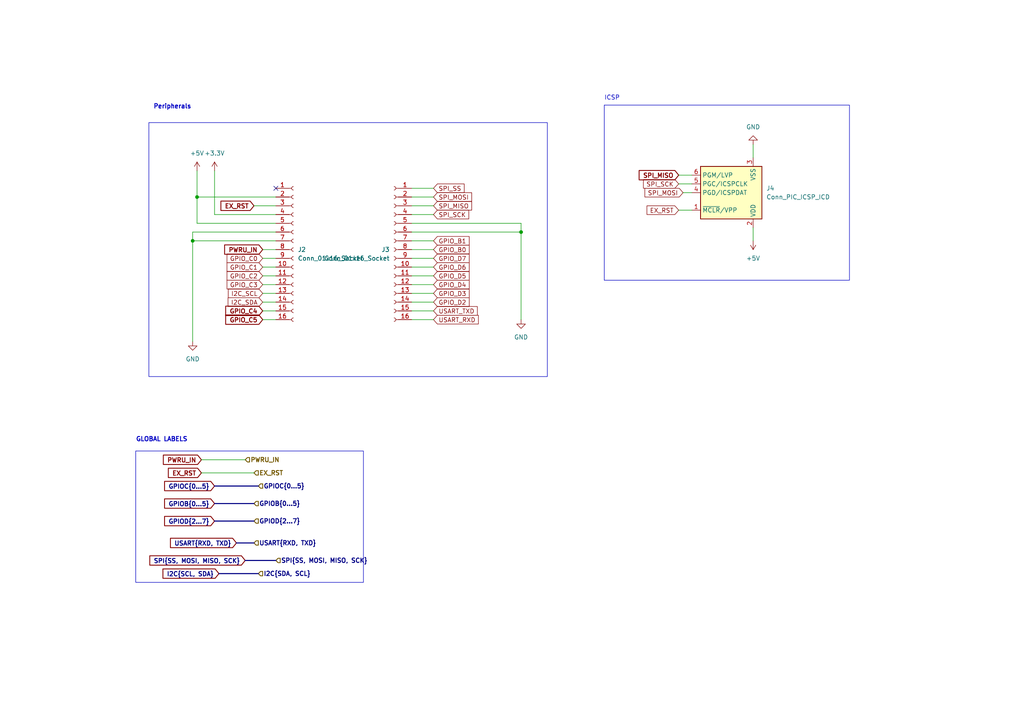
<source format=kicad_sch>
(kicad_sch (version 20250114) (generator "eeschema") (generator_version "9.0")
  (paper "A4")
  (lib_symbols
    (symbol "Connector:Conn_01x16_Socket" (pin_names (offset 1.016) (hide yes))
      (property "Reference" "J" (at 0 20.32 0))
      (property "Value" "Conn_01x16_Socket" (at 0 -22.86 0))
      (symbol "Conn_01x16_Socket_1_1"
        (polyline (pts (xy -1.27 17.78) (xy -0.508 17.78)) (stroke (width 0.1524)))
        (polyline (pts (xy -1.27 15.24) (xy -0.508 15.24)) (stroke (width 0.1524)))
        (polyline (pts (xy -1.27 12.7) (xy -0.508 12.7)) (stroke (width 0.1524)))
        (polyline (pts (xy -1.27 10.16) (xy -0.508 10.16)) (stroke (width 0.1524)))
        (polyline (pts (xy -1.27 7.62) (xy -0.508 7.62)) (stroke (width 0.1524)))
        (polyline (pts (xy -1.27 5.08) (xy -0.508 5.08)) (stroke (width 0.1524)))
        (polyline (pts (xy -1.27 2.54) (xy -0.508 2.54)) (stroke (width 0.1524)))
        (polyline (pts (xy -1.27 0) (xy -0.508 0)) (stroke (width 0.1524)))
        (polyline (pts (xy -1.27 -2.54) (xy -0.508 -2.54)) (stroke (width 0.1524)))
        (polyline (pts (xy -1.27 -5.08) (xy -0.508 -5.08)) (stroke (width 0.1524)))
        (polyline (pts (xy -1.27 -7.62) (xy -0.508 -7.62)) (stroke (width 0.1524)))
        (polyline (pts (xy -1.27 -10.16) (xy -0.508 -10.16)) (stroke (width 0.1524)))
        (polyline (pts (xy -1.27 -12.7) (xy -0.508 -12.7)) (stroke (width 0.1524)))
        (polyline (pts (xy -1.27 -15.24) (xy -0.508 -15.24)) (stroke (width 0.1524)))
        (polyline (pts (xy -1.27 -17.78) (xy -0.508 -17.78)) (stroke (width 0.1524)))
        (polyline (pts (xy -1.27 -20.32) (xy -0.508 -20.32)) (stroke (width 0.1524)))
        (arc (start 0 17.272) (mid -0.5058 17.78) (end 0 18.288) (stroke (width 0.1524)))
        (arc (start 0 14.732) (mid -0.5058 15.24) (end 0 15.748) (stroke (width 0.1524)))
        (arc (start 0 12.192) (mid -0.5058 12.7) (end 0 13.208) (stroke (width 0.1524)))
        (arc (start 0 9.652) (mid -0.5058 10.16) (end 0 10.668) (stroke (width 0.1524)))
        (arc (start 0 7.112) (mid -0.5058 7.62) (end 0 8.128) (stroke (width 0.1524)))
        (arc (start 0 4.572) (mid -0.5058 5.08) (end 0 5.588) (stroke (width 0.1524)))
        (arc (start 0 2.032) (mid -0.5058 2.54) (end 0 3.048) (stroke (width 0.1524)))
        (arc (start 0 -0.508) (mid -0.5058 0) (end 0 0.508) (stroke (width 0.1524)))
        (arc (start 0 -3.048) (mid -0.5058 -2.54) (end 0 -2.032) (stroke (width 0.1524)))
        (arc (start 0 -5.588) (mid -0.5058 -5.08) (end 0 -4.572) (stroke (width 0.1524)))
        (arc (start 0 -8.128) (mid -0.5058 -7.62) (end 0 -7.112) (stroke (width 0.1524)))
        (arc (start 0 -10.668) (mid -0.5058 -10.16) (end 0 -9.652) (stroke (width 0.1524)))
        (arc (start 0 -13.208) (mid -0.5058 -12.7) (end 0 -12.192) (stroke (width 0.1524)))
        (arc (start 0 -15.748) (mid -0.5058 -15.24) (end 0 -14.732) (stroke (width 0.1524)))
        (arc (start 0 -18.288) (mid -0.5058 -17.78) (end 0 -17.272) (stroke (width 0.1524)))
        (arc (start 0 -20.828) (mid -0.5058 -20.32) (end 0 -19.812) (stroke (width 0.1524)))
        (pin passive line (at -5.08 17.78 0) (length 3.81) (name "Pin_1") (number "1"))
        (pin passive line (at -5.08 15.24 0) (length 3.81) (name "Pin_2") (number "2"))
        (pin passive line (at -5.08 12.7 0) (length 3.81) (name "Pin_3") (number "3"))
        (pin passive line (at -5.08 10.16 0) (length 3.81) (name "Pin_4") (number "4"))
        (pin passive line (at -5.08 7.62 0) (length 3.81) (name "Pin_5") (number "5"))
        (pin passive line (at -5.08 5.08 0) (length 3.81) (name "Pin_6") (number "6"))
        (pin passive line (at -5.08 2.54 0) (length 3.81) (name "Pin_7") (number "7"))
        (pin passive line (at -5.08 0 0) (length 3.81) (name "Pin_8") (number "8"))
        (pin passive line (at -5.08 -2.54 0) (length 3.81) (name "Pin_9") (number "9"))
        (pin passive line (at -5.08 -5.08 0) (length 3.81) (name "Pin_10") (number "10"))
        (pin passive line (at -5.08 -7.62 0) (length 3.81) (name "Pin_11") (number "11"))
        (pin passive line (at -5.08 -10.16 0) (length 3.81) (name "Pin_12") (number "12"))
        (pin passive line (at -5.08 -12.7 0) (length 3.81) (name "Pin_13") (number "13"))
        (pin passive line (at -5.08 -15.24 0) (length 3.81) (name "Pin_14") (number "14"))
        (pin passive line (at -5.08 -17.78 0) (length 3.81) (name "Pin_15") (number "15"))
        (pin passive line (at -5.08 -20.32 0) (length 3.81) (name "Pin_16") (number "16"))
      )
    )
    (symbol "Connector:Conn_PIC_ICSP_ICD"
      (property "Reference" "J" (at 6.35 8.89 0))
      (property "Value" "Conn_PIC_ICSP_ICD" (at -8.89 -1.27 90))
      (symbol "Conn_PIC_ICSP_ICD_0_1"
        (rectangle (start -7.62 7.62) (end 10.16 -7.62) (stroke (width 0.254)) (fill (type background)))
      )
      (symbol "Conn_PIC_ICSP_ICD_1_1"
        (pin passive line (at -5.08 10.16 270) (length 2.54) (name "VDD") (number "2"))
        (pin power_in line (at -5.08 -10.16 90) (length 2.54) (name "VSS") (number "3"))
        (pin passive line (at 12.7 5.08 180) (length 2.54) (name "~{MCLR}/VPP") (number "1"))
        (pin bidirectional line (at 12.7 0 180) (length 2.54) (name "PGD/ICSPDAT") (number "4"))
        (pin output line (at 12.7 -2.54 180) (length 2.54) (name "PGC/ICSPCLK") (number "5"))
        (pin output line (at 12.7 -5.08 180) (length 2.54) (name "PGM/LVP") (number "6"))
      )
    )
    (symbol "power:+3.3V" (power) (pin_names (offset 0))
      (property "Value" "+3.3V" (at 0 3.556 0))
      (symbol "+3.3V_0_1"
        (polyline (pts (xy -0.762 1.27) (xy 0 2.54)))
        (polyline (pts (xy 0 2.54) (xy 0.762 1.27)))
        (polyline (pts (xy 0 0) (xy 0 2.54)))
      )
      (symbol "+3.3V_1_1"
        (pin power_in line (at 0 0 90) (length 0) (hide yes) (name "+3.3V") (number "1"))
      )
    )
    (symbol "power:+5V" (power) (pin_names (offset 0))
      (property "Value" "+5V" (at 0 3.556 0))
      (symbol "+5V_0_1"
        (polyline (pts (xy -0.762 1.27) (xy 0 2.54)))
        (polyline (pts (xy 0 2.54) (xy 0.762 1.27)))
        (polyline (pts (xy 0 0) (xy 0 2.54)))
      )
      (symbol "+5V_1_1"
        (pin power_in line (at 0 0 90) (length 0) (hide yes) (name "+5V") (number "1"))
      )
    )
    (symbol "power:GND" (power) (pin_names (offset 0))
      (property "Value" "GND" (at 0 -3.81 0))
      (symbol "GND_0_1"
        (polyline (pts (xy 0 0) (xy 0 -1.27) (xy 1.27 -1.27) (xy 0 -2.54) (xy -1.27 -1.27) (xy 0 -1.27)))
      )
      (symbol "GND_1_1"
        (pin power_in line (at 0 0 270) (length 0) (hide yes) (name "GND") (number "1"))
      )
    )
  )
  (rectangle (start 175.26 30.48) (end 246.38 81.28))
  (rectangle (start 43.18 35.56) (end 158.75 109.22))
  (rectangle (start 39.37 130.81) (end 105.41 168.91))
  (text "ICSP" (at 175.26 29.21 0) (effects (font (size 1.27 1.27)) (justify left bottom)))
  (text "Peripherals" (at 44.45 31.75 0) (effects (font (size 1.27 1.27) (bold yes)) (justify left bottom)))
  (text "GLOBAL LABELS\n" (at 39.37 128.27 0) (effects (font (size 1.27 1.27) (bold yes)) (justify left bottom)))
  (junction (at 151.13 67.31))
  (junction (at 57.15 57.15))
  (junction (at 55.88 69.85))
  (no_connect (at 80.01 54.61))
  (bus (pts (xy 68.58 157.48) (xy 73.66 157.48)))
  (wire (pts (xy 62.23 49.53) (xy 62.23 62.23)))
  (bus (pts (xy 62.23 146.05) (xy 73.66 146.05)))
  (wire (pts (xy 119.38 92.71) (xy 125.73 92.71)))
  (bus (pts (xy 62.23 140.97) (xy 74.93 140.97)))
  (wire (pts (xy 76.2 90.17) (xy 80.01 90.17)))
  (wire (pts (xy 196.85 60.96) (xy 200.66 60.96)))
  (wire (pts (xy 76.2 72.39) (xy 80.01 72.39)))
  (wire (pts (xy 119.38 69.85) (xy 125.73 69.85)))
  (wire (pts (xy 76.2 87.63) (xy 80.01 87.63)))
  (wire (pts (xy 76.2 82.55) (xy 80.01 82.55)))
  (wire (pts (xy 119.38 57.15) (xy 125.73 57.15)))
  (wire (pts (xy 151.13 67.31) (xy 151.13 92.71)))
  (wire (pts (xy 218.44 66.04) (xy 218.44 69.85)))
  (wire (pts (xy 55.88 69.85) (xy 80.01 69.85)))
  (wire (pts (xy 58.42 133.35) (xy 71.12 133.35)))
  (wire (pts (xy 73.66 59.69) (xy 80.01 59.69)))
  (wire (pts (xy 119.38 62.23) (xy 125.73 62.23)))
  (wire (pts (xy 119.38 64.77) (xy 151.13 64.77)))
  (wire (pts (xy 119.38 67.31) (xy 151.13 67.31)))
  (wire (pts (xy 119.38 90.17) (xy 125.73 90.17)))
  (wire (pts (xy 119.38 82.55) (xy 125.73 82.55)))
  (wire (pts (xy 76.2 77.47) (xy 80.01 77.47)))
  (bus (pts (xy 63.5 166.37) (xy 74.93 166.37)))
  (wire (pts (xy 76.2 85.09) (xy 80.01 85.09)))
  (wire (pts (xy 80.01 62.23) (xy 62.23 62.23)))
  (wire (pts (xy 57.15 57.15) (xy 57.15 64.77)))
  (bus (pts (xy 71.12 162.56) (xy 80.01 162.56)))
  (wire (pts (xy 196.85 50.8) (xy 200.66 50.8)))
  (wire (pts (xy 119.38 80.01) (xy 125.73 80.01)))
  (wire (pts (xy 76.2 92.71) (xy 80.01 92.71)))
  (wire (pts (xy 58.42 137.16) (xy 73.66 137.16)))
  (wire (pts (xy 55.88 69.85) (xy 55.88 99.06)))
  (wire (pts (xy 119.38 85.09) (xy 125.73 85.09)))
  (wire (pts (xy 119.38 54.61) (xy 125.73 54.61)))
  (wire (pts (xy 80.01 67.31) (xy 55.88 67.31)))
  (wire (pts (xy 55.88 67.31) (xy 55.88 69.85)))
  (wire (pts (xy 57.15 57.15) (xy 80.01 57.15)))
  (bus (pts (xy 62.23 151.13) (xy 73.66 151.13)))
  (wire (pts (xy 151.13 64.77) (xy 151.13 67.31)))
  (wire (pts (xy 119.38 87.63) (xy 125.73 87.63)))
  (wire (pts (xy 218.44 41.91) (xy 218.44 45.72)))
  (wire (pts (xy 76.2 80.01) (xy 80.01 80.01)))
  (wire (pts (xy 119.38 72.39) (xy 125.73 72.39)))
  (wire (pts (xy 119.38 59.69) (xy 125.73 59.69)))
  (wire (pts (xy 76.2 74.93) (xy 80.01 74.93)))
  (wire (pts (xy 198.12 55.88) (xy 200.66 55.88)))
  (wire (pts (xy 119.38 74.93) (xy 125.73 74.93)))
  (wire (pts (xy 57.15 49.53) (xy 57.15 57.15)))
  (wire (pts (xy 119.38 77.47) (xy 125.73 77.47)))
  (wire (pts (xy 196.85 53.34) (xy 200.66 53.34)))
  (wire (pts (xy 57.15 64.77) (xy 80.01 64.77)))
  (global_label "GPIOC{0...5}" (shape input) (at 62.23 140.97 180) (effects (font (bold yes))) (property "Intersheetrefs" "${INTERSHEET_REFS}" (effects (hide yes))))
  (global_label "USART{RXD, TXD}" (shape input) (at 68.58 157.48 180) (effects (font (bold yes))) (property "Intersheetrefs" "${INTERSHEET_REFS}" (effects (hide yes))))
  (global_label "GPIO_B0" (shape input) (at 125.73 72.39 0) (property "Intersheetrefs" "${INTERSHEET_REFS}" (effects (hide yes))))
  (global_label "SPI_SCK" (shape input) (at 125.73 62.23 0) (property "Intersheetrefs" "${INTERSHEET_REFS}" (effects (hide yes))))
  (global_label "GPIO_D5" (shape input) (at 125.73 80.01 0) (property "Intersheetrefs" "${INTERSHEET_REFS}" (effects (hide yes))))
  (global_label "GPIO_D2" (shape input) (at 125.73 87.63 0) (property "Intersheetrefs" "${INTERSHEET_REFS}" (effects (hide yes))))
  (global_label "I2C_SCL" (shape input) (at 76.2 85.09 180) (property "Intersheetrefs" "${INTERSHEET_REFS}" (effects (hide yes))))
  (global_label "GPIO_C3" (shape input) (at 76.2 82.55 180) (property "Intersheetrefs" "${INTERSHEET_REFS}" (effects (hide yes))))
  (global_label "GPIO_D7" (shape input) (at 125.73 74.93 0) (property "Intersheetrefs" "${INTERSHEET_REFS}" (effects (hide yes))))
  (global_label "SPI_MISO" (shape input) (at 125.73 59.69 0) (property "Intersheetrefs" "${INTERSHEET_REFS}" (effects (hide yes))))
  (global_label "SPI_MISO" (shape input) (at 196.85 50.8 180) (effects (font (bold yes))) (property "Intersheetrefs" "${INTERSHEET_REFS}" (effects (hide yes))))
  (global_label "GPIO_C4" (shape input) (at 76.2 90.17 180) (effects (font (bold yes))) (property "Intersheetrefs" "${INTERSHEET_REFS}" (effects (hide yes))))
  (global_label "PWRU_IN" (shape input) (at 76.2 72.39 180) (effects (font (bold yes))) (property "Intersheetrefs" "${INTERSHEET_REFS}" (effects (hide yes))))
  (global_label "EX_RST" (shape input) (at 196.85 60.96 180) (property "Intersheetrefs" "${INTERSHEET_REFS}" (effects (hide yes))))
  (global_label "GPIO_C1" (shape input) (at 76.2 77.47 180) (property "Intersheetrefs" "${INTERSHEET_REFS}" (effects (hide yes))))
  (global_label "GPIO_D4" (shape input) (at 125.73 82.55 0) (property "Intersheetrefs" "${INTERSHEET_REFS}" (effects (hide yes))))
  (global_label "I2C{SCL, SDA}" (shape input) (at 63.5 166.37 180) (effects (font (bold yes))) (property "Intersheetrefs" "${INTERSHEET_REFS}" (effects (hide yes))))
  (global_label "GPIOD{2...7}" (shape input) (at 62.23 151.13 180) (effects (font (bold yes))) (property "Intersheetrefs" "${INTERSHEET_REFS}" (effects (hide yes))))
  (global_label "SPI_MOSI" (shape input) (at 125.73 57.15 0) (property "Intersheetrefs" "${INTERSHEET_REFS}" (effects (hide yes))))
  (global_label "SPI_SCK" (shape input) (at 196.85 53.34 180) (property "Intersheetrefs" "${INTERSHEET_REFS}" (effects (hide yes))))
  (global_label "SPI_MOSI" (shape input) (at 198.12 55.88 180) (property "Intersheetrefs" "${INTERSHEET_REFS}" (effects (hide yes))))
  (global_label "GPIO_C2" (shape input) (at 76.2 80.01 180) (property "Intersheetrefs" "${INTERSHEET_REFS}" (effects (hide yes))))
  (global_label "GPIOB{0...5}" (shape input) (at 62.23 146.05 180) (effects (font (bold yes))) (property "Intersheetrefs" "${INTERSHEET_REFS}" (effects (hide yes))))
  (global_label "EX_RST" (shape input) (at 73.66 59.69 180) (effects (font (bold yes))) (property "Intersheetrefs" "${INTERSHEET_REFS}" (effects (hide yes))))
  (global_label "GPIO_D6" (shape input) (at 125.73 77.47 0) (property "Intersheetrefs" "${INTERSHEET_REFS}" (effects (hide yes))))
  (global_label "USART_RXD" (shape input) (at 125.73 92.71 0) (property "Intersheetrefs" "${INTERSHEET_REFS}" (effects (hide yes))))
  (global_label "USART_TXD" (shape input) (at 125.73 90.17 0) (property "Intersheetrefs" "${INTERSHEET_REFS}" (effects (hide yes))))
  (global_label "SPI{SS, MOSI, MISO, SCK}" (shape input) (at 71.12 162.56 180) (effects (font (bold yes))) (property "Intersheetrefs" "${INTERSHEET_REFS}" (effects (hide yes))))
  (global_label "GPIO_C5" (shape input) (at 76.2 92.71 180) (effects (font (bold yes))) (property "Intersheetrefs" "${INTERSHEET_REFS}" (effects (hide yes))))
  (global_label "EX_RST" (shape input) (at 58.42 137.16 180) (effects (font (bold yes))) (property "Intersheetrefs" "${INTERSHEET_REFS}" (effects (hide yes))))
  (global_label "PWRU_IN" (shape input) (at 58.42 133.35 180) (effects (font (bold yes))) (property "Intersheetrefs" "${INTERSHEET_REFS}" (effects (hide yes))))
  (global_label "GPIO_B1" (shape input) (at 125.73 69.85 0) (property "Intersheetrefs" "${INTERSHEET_REFS}" (effects (hide yes))))
  (global_label "SPI_SS" (shape input) (at 125.73 54.61 0) (property "Intersheetrefs" "${INTERSHEET_REFS}" (effects (hide yes))))
  (global_label "GPIO_C0" (shape input) (at 76.2 74.93 180) (property "Intersheetrefs" "${INTERSHEET_REFS}" (effects (hide yes))))
  (global_label "GPIO_D3" (shape input) (at 125.73 85.09 0) (property "Intersheetrefs" "${INTERSHEET_REFS}" (effects (hide yes))))
  (global_label "I2C_SDA" (shape input) (at 76.2 87.63 180) (property "Intersheetrefs" "${INTERSHEET_REFS}" (effects (hide yes))))
  (hierarchical_label "USART{RXD, TXD}" (shape input) (at 73.66 157.48 0) (effects (font (bold yes))))
  (hierarchical_label "PWRU_IN" (shape input) (at 71.12 133.35 0) (effects (font (bold yes))))
  (hierarchical_label "GPIOC{0...5}" (shape input) (at 74.93 140.97 0) (effects (font (bold yes))))
  (hierarchical_label "GPIOB{0...5}" (shape input) (at 73.66 146.05 0) (effects (font (bold yes))))
  (hierarchical_label "EX_RST" (shape input) (at 73.66 137.16 0) (effects (font (bold yes))))
  (hierarchical_label "SPI{SS, MOSI, MISO, SCK}" (shape input) (at 80.01 162.56 0) (effects (font (bold yes))))
  (hierarchical_label "I2C{SDA, SCL}" (shape input) (at 74.93 166.37 0) (effects (font (bold yes))))
  (hierarchical_label "GPIOD{2...7}" (shape input) (at 73.66 151.13 0) (effects (font (bold yes))))
  (symbol (lib_id "power:+5V") (at 218.44 69.85 180) (unit 1)
    (property "Reference" "#PWR039" (effects (hide yes)))
    (property "Value" "+5V" (at 218.44 74.93 0))
  )
  (symbol (lib_id "power:GND") (at 151.13 92.71 0) (unit 1)
    (property "Reference" "#PWR038" (effects (hide yes)))
    (property "Value" "GND" (at 151.13 97.79 0))
  )
  (symbol (lib_id "power:+5V") (at 57.15 49.53 0) (unit 1)
    (property "Reference" "#PWR035" (effects (hide yes)))
    (property "Value" "+5V" (at 57.15 44.45 0))
  )
  (symbol (lib_id "Connector:Conn_01x16_Socket") (at 114.3 72.39 0) (mirror y) (unit 1)
    (property "Reference" "J3" (at 113.03 72.39 0) (effects (justify left)))
    (property "Value" "Conn_01x16_Socket" (at 113.03 74.93 0) (effects (justify left)))
    (property "Footprint" "Connector_PinHeader_2.54mm:PinHeader_1x16_P2.54mm_Vertical" (effects (hide yes)))
  )
  (symbol (lib_id "power:+3.3V") (at 62.23 49.53 0) (unit 1)
    (property "Reference" "#PWR036" (effects (hide yes)))
    (property "Value" "+3.3V" (at 62.23 44.45 0))
  )
  (symbol (lib_id "Connector:Conn_PIC_ICSP_ICD") (at 213.36 55.88 180) (unit 1)
    (property "Reference" "J4" (at 222.25 54.61 0) (effects (justify right)))
    (property "Value" "Conn_PIC_ICSP_ICD" (at 222.25 57.15 0) (effects (justify right)))
    (property "Footprint" "Connector_PinSocket_2.54mm:PinSocket_2x03_P2.54mm_Vertical" (effects (hide yes)))
    (property "Datasheet" "http://ww1.microchip.com/downloads/en/devicedoc/30277d.pdf" (effects (hide yes)))
  )
  (symbol (lib_id "Connector:Conn_01x16_Socket") (at 85.09 72.39 0) (unit 1)
    (property "Reference" "J2" (at 86.36 72.39 0) (effects (justify left)))
    (property "Value" "Conn_01x16_Socket" (at 86.36 74.93 0) (effects (justify left)))
    (property "Footprint" "Connector_PinHeader_2.54mm:PinHeader_1x16_P2.54mm_Vertical" (effects (hide yes)))
  )
  (symbol (lib_id "power:GND") (at 55.88 99.06 0) (unit 1)
    (property "Reference" "#PWR037" (effects (hide yes)))
    (property "Value" "GND" (at 55.88 104.14 0))
  )
  (symbol (lib_id "power:GND") (at 218.44 41.91 180) (unit 1)
    (property "Reference" "#PWR040" (effects (hide yes)))
    (property "Value" "GND" (at 218.44 36.83 0))
  )
)
</source>
